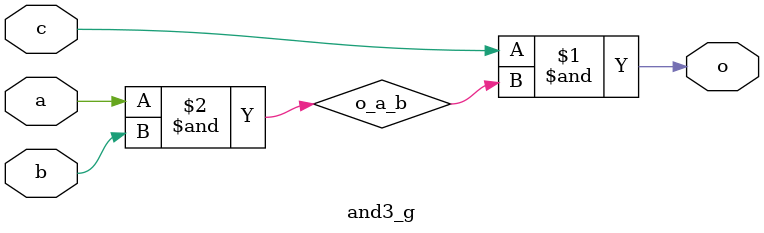
<source format=v>


`timescale 1ns/10ps

module and3_g (
    a,
    b,
    c,
    o
);


input a;
input b;
input c;
output o;
wire o;

wire o_a_b;




assign o = (c & o_a_b);



assign o_a_b = (a & b);

endmodule

</source>
